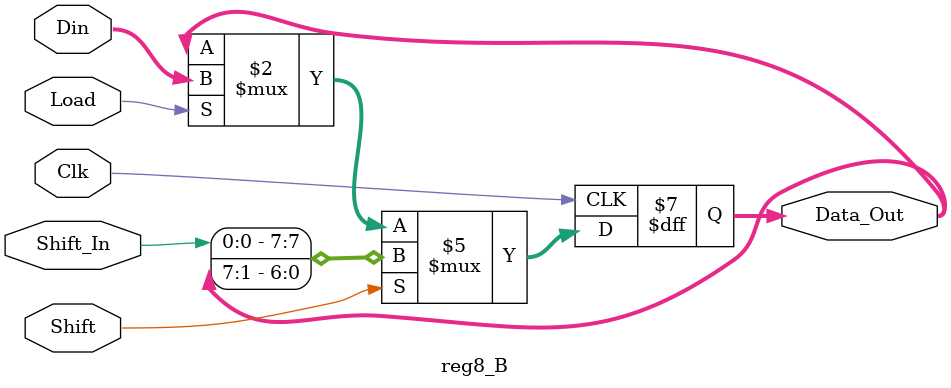
<source format=sv>
module reg8_B
(
input logic Clk, Shift, Shift_In, Load,
input logic [7:0] Din,
output logic [7:0] Data_Out
);
//Register B can load input from switches, do shifting when XA is shifting
//Stop shifting when AB has the result
	always_ff @ (posedge Clk)
	begin
		if (Shift)
			Data_Out <= {Shift_In,Data_Out[7:1]};	//Shift_In comes from regA lowest bit
		else if (Load)
			//only when CALB button is pressed, comes from the adder
			Data_Out <= Din;
		
	end

endmodule



</source>
